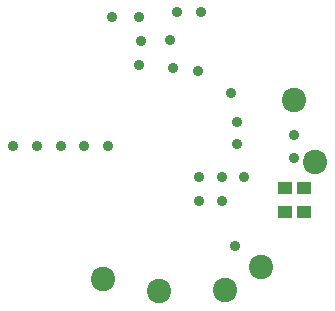
<source format=gbs>
%FSAX24Y24*%
%MOIN*%
G70*
G01*
G75*
G04 Layer_Color=16711935*
%ADD10R,0.0354X0.0402*%
%ADD11R,0.0701X0.0165*%
%ADD12O,0.0701X0.0165*%
%ADD13R,0.1063X0.0669*%
%ADD14R,0.0402X0.0354*%
%ADD15R,0.0551X0.1102*%
%ADD16R,0.0551X0.0433*%
%ADD17R,0.2205X0.1181*%
%ADD18C,0.0150*%
%ADD19C,0.0500*%
%ADD20C,0.0450*%
%ADD21C,0.0350*%
%ADD22C,0.0100*%
%ADD23C,0.0250*%
%ADD24R,0.0800X0.0360*%
%ADD25R,0.0430X0.0410*%
%ADD26R,0.0600X0.0330*%
%ADD27R,0.1690X0.0060*%
%ADD28R,0.1490X0.0160*%
%ADD29R,0.0050X0.0230*%
%ADD30R,0.0090X0.0320*%
%ADD31R,0.0070X0.0240*%
%ADD32R,0.0060X0.0330*%
%ADD33R,0.0050X0.0350*%
%ADD34R,0.0100X0.0450*%
%ADD35R,0.0100X0.0300*%
%ADD36R,0.0150X0.0450*%
%ADD37R,0.1250X0.0550*%
%ADD38R,0.2250X0.0650*%
%ADD39R,0.1450X0.1700*%
%ADD40R,0.1750X0.1150*%
%ADD41R,0.1690X0.0370*%
%ADD42R,0.0580X0.0310*%
%ADD43R,0.0450X0.0290*%
%ADD44R,0.0320X0.0160*%
%ADD45R,0.1330X0.0770*%
%ADD46R,0.0720X0.0590*%
%ADD47R,0.0750X0.0510*%
%ADD48R,0.0240X0.0210*%
%ADD49R,0.0350X0.0300*%
%ADD50R,0.0420X0.0980*%
%ADD51R,0.1400X0.3700*%
%ADD52R,0.1000X0.0850*%
%ADD53R,0.1600X0.0550*%
%ADD54R,0.1350X0.1100*%
%ADD55R,0.2100X0.0900*%
%ADD56R,0.1250X0.1850*%
%ADD57R,0.1700X0.0800*%
%ADD58R,0.1050X0.1550*%
%ADD59R,0.1700X0.1250*%
%ADD60R,0.1450X0.0550*%
%ADD61R,0.1450X0.2650*%
%ADD62R,0.4000X0.0500*%
%ADD63R,0.4000X0.1498*%
%ADD64R,0.4000X0.1050*%
%ADD65R,0.1200X0.0950*%
%ADD66R,0.0350X0.2500*%
%ADD67R,0.1710X0.2600*%
%ADD68R,0.1150X0.1000*%
%ADD69R,0.1300X0.2600*%
%ADD70R,0.0800X0.1700*%
%ADD71R,0.4000X0.1200*%
%ADD72R,0.3250X0.0900*%
%ADD73R,0.1300X0.0150*%
%ADD74R,0.0400X0.0250*%
%ADD75R,0.1500X0.2500*%
%ADD76C,0.0750*%
%ADD77C,0.0290*%
%ADD78C,0.0079*%
%ADD79C,0.0098*%
%ADD80C,0.0070*%
%ADD81R,0.0950X0.1700*%
%ADD82R,0.0414X0.0462*%
%ADD83R,0.0740X0.0205*%
%ADD84O,0.0740X0.0205*%
%ADD85R,0.1123X0.0729*%
%ADD86R,0.0462X0.0414*%
%ADD87R,0.0611X0.1162*%
%ADD88R,0.0611X0.0493*%
%ADD89R,0.2265X0.1241*%
%ADD90C,0.0810*%
%ADD91C,0.0350*%
D86*
X031100Y035394D02*
D03*
Y034606D02*
D03*
X030450Y035394D02*
D03*
Y034606D02*
D03*
D90*
X031450Y036250D02*
D03*
X028450Y032000D02*
D03*
X029650Y032750D02*
D03*
X030750Y038330D02*
D03*
X026250Y031950D02*
D03*
X024400Y032350D02*
D03*
D91*
X030750Y036400D02*
D03*
X028800Y033450D02*
D03*
X028350Y034950D02*
D03*
X027600D02*
D03*
X028850Y037600D02*
D03*
Y036850D02*
D03*
X026730Y039410D02*
D03*
X027550Y039300D02*
D03*
X024680Y041100D02*
D03*
X024550Y036800D02*
D03*
X023750D02*
D03*
X023000D02*
D03*
X022200D02*
D03*
X028650Y038560D02*
D03*
X030750Y037150D02*
D03*
X028350Y035750D02*
D03*
X029100D02*
D03*
X027600D02*
D03*
X021400Y036800D02*
D03*
X027650Y041250D02*
D03*
X026630Y040330D02*
D03*
X026850Y041250D02*
D03*
X025600Y039500D02*
D03*
X025650Y040300D02*
D03*
X025590Y041100D02*
D03*
M02*

</source>
